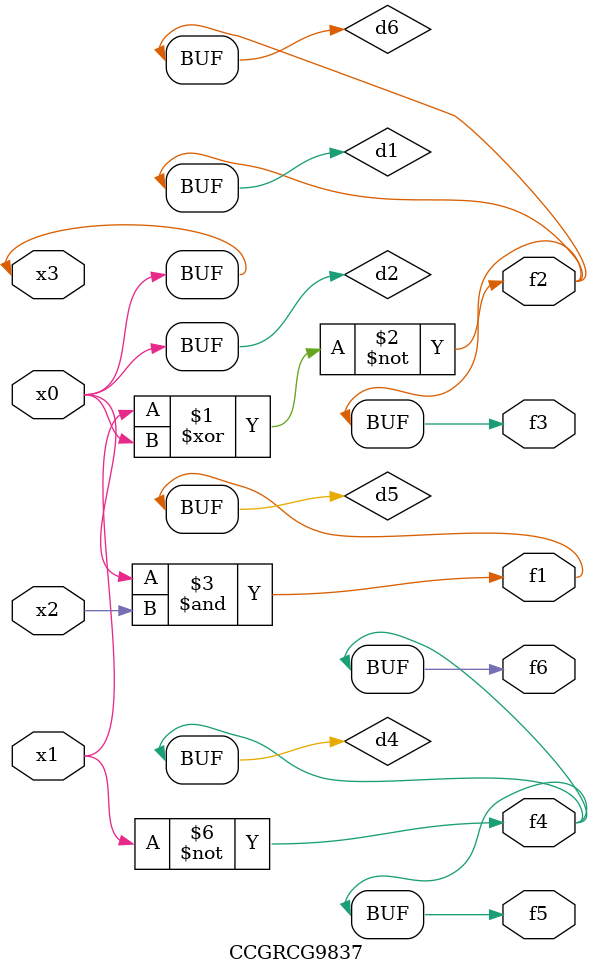
<source format=v>
module CCGRCG9837(
	input x0, x1, x2, x3,
	output f1, f2, f3, f4, f5, f6
);

	wire d1, d2, d3, d4, d5, d6;

	xnor (d1, x1, x3);
	buf (d2, x0, x3);
	nand (d3, x0, x2);
	not (d4, x1);
	nand (d5, d3);
	or (d6, d1);
	assign f1 = d5;
	assign f2 = d6;
	assign f3 = d6;
	assign f4 = d4;
	assign f5 = d4;
	assign f6 = d4;
endmodule

</source>
